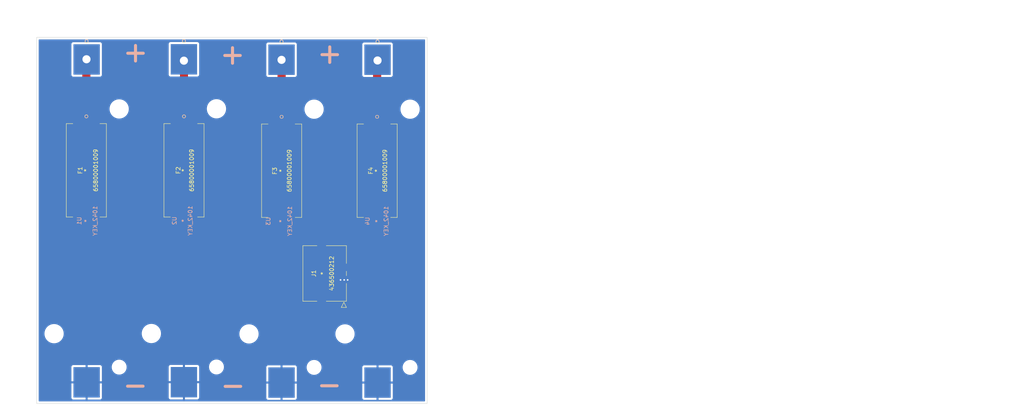
<source format=kicad_pcb>
(kicad_pcb (version 20211014) (generator pcbnew)
  (layers (0 "F.Cu" signal) (31 "B.Cu" signal) (34 "B.Paste" user) (35 "F.Paste" user) (36 "B.SilkS" user "B.Silkscreen") (37 "F.SilkS" user "F.Silkscreen") (38 "B.Mask" user) (39 "F.Mask" user) (44 "Edge.Cuts" user))
  (net 0 "")
  (net 1 "Net-(F1-Pad1)")
  (net 2 "Net-(F1-Pad2)")
  (net 3 "Net-(F2-Pad1)")
  (net 4 "Net-(F3-Pad1)")
  (net 5 "GND")
  (net 6 "Net-(F4-Pad1)")
  (footprint "Fuse holder:65800001009" (layer "F.Cu") (at 83.517 54.60685 -90)
    (fp_text reference "F3" (at 0.06 1.68 90) (layer "F.SilkS"))
    (fp_text value "65800001009" (at 0 -1.92 90) (layer "F.SilkS"))
    (fp_text user "*" (at 0 0 90) (layer "F.SilkS"))
    (fp_circle (center -13.2588 0) (end -12.8778 0) (layer "B.SilkS") (width 0.12) (fill none))
    (fp_line (start 11.4808 -3.32994) (end 11.4808 -4.9276) (layer "F.SilkS") (width 0.12))
    (fp_line (start -11.4808 3.32994) (end -11.4808 4.9276) (layer "F.SilkS") (width 0.12))
    (fp_line (start 11.4808 -4.9276) (end -11.4808 -4.9276) (layer "F.SilkS") (width 0.12))
    (fp_line (start 11.4808 4.9276) (end 11.4808 3.32994) (layer "F.SilkS") (width 0.12))
    (fp_line (start -11.4808 4.9276) (end 11.4808 4.9276) (layer "F.SilkS") (width 0.12))
    (fp_line (start -11.4808 -4.9276) (end -11.4808 -3.32994) (layer "F.SilkS") (width 0.12))
    (fp_circle (center -13.2588 0) (end -12.8778 0) (layer "F.SilkS") (width 0.12) (fill none))
    (pad "1" smd rect (at -8.4963 0 270) (size 5.9944 5.9944) (layers "F.Cu" "F.Paste" "F.Mask") (net 4 "Net-(F3-Pad1)"))
    (pad "2" smd rect (at 8.4963 0 270) (size 5.9944 5.9944) (layers "F.Cu" "F.Paste" "F.Mask") (net 2 "Net-(F1-Pad2)"))
  )
  (footprint "Fuse holder:65800001009" (layer "F.Cu") (at 59.517 54.50685 -90)
    (fp_text reference "F2" (at 0 1.4 90) (layer "F.SilkS"))
    (fp_text value "65800001009" (at 0 -1.9 90) (layer "F.SilkS"))
    (fp_text user "*" (at 0 0 90) (layer "F.SilkS"))
    (fp_circle (center -13.2588 0) (end -12.8778 0) (layer "B.SilkS") (width 0.12) (fill none))
    (fp_line (start 11.4808 -4.9276) (end -11.4808 -4.9276) (layer "F.SilkS") (width 0.12))
    (fp_line (start 11.4808 4.9276) (end 11.4808 3.32994) (layer "F.SilkS") (width 0.12))
    (fp_line (start -11.4808 -4.9276) (end -11.4808 -3.32994) (layer "F.SilkS") (width 0.12))
    (fp_line (start 11.4808 -3.32994) (end 11.4808 -4.9276) (layer "F.SilkS") (width 0.12))
    (fp_line (start -11.4808 4.9276) (end 11.4808 4.9276) (layer "F.SilkS") (width 0.12))
    (fp_line (start -11.4808 3.32994) (end -11.4808 4.9276) (layer "F.SilkS") (width 0.12))
    (fp_circle (center -13.2588 0) (end -12.8778 0) (layer "F.SilkS") (width 0.12) (fill none))
    (pad "1" smd rect (at -8.4963 0 270) (size 5.9944 5.9944) (layers "F.Cu" "F.Paste" "F.Mask") (net 3 "Net-(F2-Pad1)"))
    (pad "2" smd rect (at 8.4963 0 270) (size 5.9944 5.9944) (layers "F.Cu" "F.Paste" "F.Mask") (net 2 "Net-(F1-Pad2)"))
  )
  (footprint "Fuse holder:65800001009" (layer "F.Cu") (at 35.517 54.50685 -90)
    (fp_text reference "F1" (at 0 1.5 90) (layer "F.SilkS"))
    (fp_text value "65800001009" (at 0 -2.3 90) (layer "F.SilkS"))
    (fp_text user "*" (at 0 0 90) (layer "F.SilkS"))
    (fp_circle (center -13.2588 0) (end -12.8778 0) (layer "B.SilkS") (width 0.12) (fill none))
    (fp_line (start 11.4808 -4.9276) (end -11.4808 -4.9276) (layer "F.SilkS") (width 0.12))
    (fp_line (start 11.4808 4.9276) (end 11.4808 3.32994) (layer "F.SilkS") (width 0.12))
    (fp_line (start -11.4808 3.32994) (end -11.4808 4.9276) (layer "F.SilkS") (width 0.12))
    (fp_line (start 11.4808 -3.32994) (end 11.4808 -4.9276) (layer "F.SilkS") (width 0.12))
    (fp_line (start -11.4808 4.9276) (end 11.4808 4.9276) (layer "F.SilkS") (width 0.12))
    (fp_line (start -11.4808 -4.9276) (end -11.4808 -3.32994) (layer "F.SilkS") (width 0.12))
    (fp_circle (center -13.2588 0) (end -12.8778 0) (layer "F.SilkS") (width 0.12) (fill none))
    (pad "1" smd rect (at -8.4963 0 270) (size 5.9944 5.9944) (layers "F.Cu" "F.Paste" "F.Mask") (net 1 "Net-(F1-Pad1)"))
    (pad "2" smd rect (at 8.4963 0 270) (size 5.9944 5.9944) (layers "F.Cu" "F.Paste" "F.Mask") (net 2 "Net-(F1-Pad2)"))
  )
  (footprint "Fuse holder:65800001009" (layer "F.Cu") (at 107 54.6037 -90)
    (fp_text reference "F4" (at 0 1.58 90) (layer "F.SilkS"))
    (fp_text value "65800001009" (at 0 -1.92 90) (layer "F.SilkS"))
    (fp_text user "*" (at 0 0 90) (layer "F.SilkS"))
    (fp_circle (center -13.2588 0) (end -12.8778 0) (layer "B.SilkS") (width 0.12) (fill none))
    (fp_line (start -11.4808 4.9276) (end 11.4808 4.9276) (layer "F.SilkS") (width 0.12))
    (fp_line (start 11.4808 -3.32994) (end 11.4808 -4.9276) (layer "F.SilkS") (width 0.12))
    (fp_line (start 11.4808 -4.9276) (end -11.4808 -4.9276) (layer "F.SilkS") (width 0.12))
    (fp_line (start -11.4808 -4.9276) (end -11.4808 -3.32994) (layer "F.SilkS") (width 0.12))
    (fp_line (start 11.4808 4.9276) (end 11.4808 3.32994) (layer "F.SilkS") (width 0.12))
    (fp_line (start -11.4808 3.32994) (end -11.4808 4.9276) (layer "F.SilkS") (width 0.12))
    (fp_circle (center -13.2588 0) (end -12.8778 0) (layer "F.SilkS") (width 0.12) (fill none))
    (pad "1" smd rect (at -8.4963 0 270) (size 5.9944 5.9944) (layers "F.Cu" "F.Paste" "F.Mask") (net 6 "Net-(F4-Pad1)"))
    (pad "2" smd rect (at 8.4963 0 270) (size 5.9944 5.9944) (layers "F.Cu" "F.Paste" "F.Mask") (net 2 "Net-(F1-Pad2)"))
  )
  (footprint "Connecter:436500212" (layer "F.Cu") (at 93.7 79.858007 -90)
    (fp_text reference "J1" (at 0 2.260599 90) (layer "F.SilkS"))
    (fp_text value "436500212" (at 0 -2.139401 90) (layer "F.SilkS"))
    (fp_text user "*" (at 0 0 90) (layer "F.SilkS"))
    (fp_line (start 6.824987 -0.795028) (end 6.824987 -5.750001) (layer "F.SilkS") (width 0.12))
    (fp_line (start -2.45504 -5.750001) (end -6.824985 -5.750001) (layer "F.SilkS") (width 0.12))
    (fp_line (start 6.824987 -5.750001) (end 2.45504 -5.750001) (layer "F.SilkS") (width 0.12))
    (fp_line (start 0.54496 -5.750001) (end -0.54496 -5.750001) (layer "F.SilkS") (width 0.12))
    (fp_line (start 8.348987 -5.755) (end 8.348987 -4.485) (layer "F.SilkS") (width 0.12))
    (fp_line (start 6.824987 4.95) (end 6.824987 1.495052) (layer "F.SilkS") (width 0.12))
    (fp_line (start -6.824985 -5.750001) (end -6.824985 -0.795028) (layer "F.SilkS") (width 0.12))
    (fp_line (start -6.824985 4.95) (end 6.824987 4.95) (layer "F.SilkS") (width 0.12))
    (fp_line (start 7.078987 -5.12) (end 8.348987 -5.755) (layer "F.SilkS") (width 0.12))
    (fp_line (start 8.348987 -4.485) (end 7.078987 -5.12) (layer "F.SilkS") (width 0.12))
    (fp_line (start -6.824985 1.495052) (end -6.824985 4.95) (layer "F.SilkS") (width 0.12))
    (pad "1" smd rect (at 1.5 -5.12 270) (size 1.27 2.919999) (layers "F.Cu" "F.Paste" "F.Mask") (net 5 "GND"))
    (pad "2" smd rect (at -1.5 -5.12 270) (size 1.27 2.919999) (layers "F.Cu" "F.Paste" "F.Mask") (net 2 "Net-(F1-Pad2)"))
    (pad "P1" smd rect (at 5.385006 0.350012 270) (size 3.430001 1.65) (layers "F.Cu" "F.Paste" "F.Mask"))
    (pad "P2" smd rect (at -5.385006 0.350012 270) (size 3.430001 1.65) (layers "F.Cu" "F.Paste" "F.Mask"))
  )
  (footprint "Battery holder:1042" (layer "B.Cu") (at 83.5 67 -90)
    (fp_text reference "U3" (at 0 3.2515 90) (layer "B.SilkS") (effects (justify mirror)))
    (fp_text value "1042_KEY" (at 0 -2.0485 90) (layer "B.SilkS") (effects (justify mirror)))
    (fp_text user "*" (at 0 0 90) (layer "B.SilkS") (effects (justify mirror)))
    (fp_arc (start -43.93184 0.286232) (mid -44.5643 0) (end -43.93184 -0.286232) (layer "B.SilkS") (width 0.12))
    (fp_circle (center -44.1833 0) (end -43.8023 0) (layer "F.SilkS") (width 0.12) (fill none))
    (pad "" np_thru_hole circle (at -27.5209 -8.001 270) (size 3.7084 3.7084) (drill 3.7084) (layers *.Cu *.Mask))
    (pad "" np_thru_hole circle (at 35.9537 -8.001 270) (size 2.6416 2.6416) (drill 2.6416) (layers *.Cu *.Mask))
    (pad "" np_thru_hole circle (at 27.7241 8.001 270) (size 3.7084 3.7084) (drill 3.7084) (layers *.Cu *.Mask))
    (pad "1" smd rect (at -39.6875 0 270) (size 7.4676 6.477) (layers "B.Cu" "B.Paste" "B.Mask") (net 4 "Net-(F3-Pad1)"))
    (pad "2" smd rect (at 39.6875 0 270) (size 7.4676 6.477) (layers "B.Cu" "B.Paste" "B.Mask") (net 5 "GND"))
  )
  (footprint "Battery holder:1042" (layer "B.Cu") (at 107.1 67 -90)
    (fp_text reference "U4" (at 0 2.4715 90) (layer "B.SilkS") (effects (justify mirror)))
    (fp_text value "1042_KEY" (at 0 -2.1285 90) (layer "B.SilkS") (effects (justify mirror)))
    (fp_text user "*" (at 0 0 90) (layer "B.SilkS") (effects (justify mirror)))
    (fp_arc (start -43.93184 0.286232) (mid -44.5643 0) (end -43.93184 -0.286232) (layer "B.SilkS") (width 0.12))
    (fp_circle (center -44.1833 0) (end -43.8023 0) (layer "F.SilkS") (width 0.12) (fill none))
    (pad "" np_thru_hole circle (at 27.7241 8.001 270) (size 3.7084 3.7084) (drill 3.7084) (layers *.Cu *.Mask))
    (pad "" np_thru_hole circle (at 35.9537 -8.001 270) (size 2.6416 2.6416) (drill 2.6416) (layers *.Cu *.Mask))
    (pad "" np_thru_hole circle (at -27.5209 -8.001 270) (size 3.7084 3.7084) (drill 3.7084) (layers *.Cu *.Mask))
    (pad "1" smd rect (at -39.6875 0 270) (size 7.4676 6.477) (layers "B.Cu" "B.Paste" "B.Mask") (net 6 "Net-(F4-Pad1)"))
    (pad "2" smd rect (at 39.6875 0 270) (size 7.4676 6.477) (layers "B.Cu" "B.Paste" "B.Mask") (net 5 "GND"))
  )
  (footprint "Battery holder:1042" (layer "B.Cu") (at 35.583 66.937 -90)
    (fp_text reference "U1" (at 0 1.8 90) (layer "B.SilkS") (effects (justify mirror)))
    (fp_text value "1042_KEY" (at 0 -2.1 90) (layer "B.SilkS") (effects (justify mirror)))
    (fp_text user "*" (at 0 0 90) (layer "B.SilkS") (effects (justify mirror)))
    (fp_arc (start -43.93184 0.286232) (mid -44.5643 0) (end -43.93184 -0.286232) (layer "B.SilkS") (width 0.12))
    (fp_circle (center -44.1833 0) (end -43.8023 0) (layer "F.SilkS") (width 0.12) (fill none))
    (pad "" np_thru_hole circle (at 27.7241 8.001 270) (size 3.7084 3.7084) (drill 3.7084) (layers *.Cu *.Mask))
    (pad "" np_thru_hole circle (at -27.5209 -8.001 270) (size 3.7084 3.7084) (drill 3.7084) (layers *.Cu *.Mask))
    (pad "" np_thru_hole circle (at 35.9537 -8.001 270) (size 2.6416 2.6416) (drill 2.6416) (layers *.Cu *.Mask))
    (pad "1" smd rect (at -39.6875 0 270) (size 7.4676 6.477) (layers "B.Cu" "B.Paste" "B.Mask") (net 1 "Net-(F1-Pad1)"))
    (pad "2" smd rect (at 39.6875 0 270) (size 7.4676 6.477) (layers "B.Cu" "B.Paste" "B.Mask") (net 5 "GND"))
  )
  (footprint "Battery holder:1042" (layer "B.Cu") (at 59.5 66.9 -90)
    (fp_text reference "U2" (at 0 2.3315 90) (layer "B.SilkS") (effects (justify mirror)))
    (fp_text value "1042_KEY" (at 0 -1.5685 90) (layer "B.SilkS") (effects (justify mirror)))
    (fp_text user "*" (at 0 0 90) (layer "B.SilkS") (effects (justify mirror)))
    (fp_arc (start -43.93184 0.286232) (mid -44.5643 0) (end -43.93184 -0.286232) (layer "B.SilkS") (width 0.12))
    (fp_circle (center -44.1833 0) (end -43.8023 0) (layer "F.SilkS") (width 0.12) (fill none))
    (pad "" np_thru_hole circle (at 27.7241 8.001 270) (size 3.7084 3.7084) (drill 3.7084) (layers *.Cu *.Mask))
    (pad "" np_thru_hole circle (at 35.9537 -8.001 270) (size 2.6416 2.6416) (drill 2.6416) (layers *.Cu *.Mask))
    (pad "" np_thru_hole circle (at -27.5209 -8.001 270) (size 3.7084 3.7084) (drill 3.7084) (layers *.Cu *.Mask))
    (pad "1" smd rect (at -39.6875 0 270) (size 7.4676 6.477) (layers "B.Cu" "B.Paste" "B.Mask") (net 3 "Net-(F2-Pad1)"))
    (pad "2" smd rect (at 39.6875 0 270) (size 7.4676 6.477) (layers "B.Cu" "B.Paste" "B.Mask") (net 5 "GND"))
  )
  (gr_rect (start 23.29 21.82) (end 119.29 111.82) (layer "Edge.Cuts") (width 0.1) (fill none))
  (gr_text "-" (at 47.55 107.2) (layer "B.SilkS") (effects (font (size 5 5) (thickness 0.75)) (justify mirror)))
  (gr_text "+" (at 47.6 25.35) (layer "B.SilkS") (effects (font (size 5 5) (thickness 0.75)) (justify mirror)))
  (gr_text "+" (at 71.45 25.9) (layer "B.SilkS") (effects (font (size 5 5) (thickness 0.75)) (justify mirror)))
  (gr_text "+" (at 95.35 25.7) (layer "B.SilkS") (effects (font (size 5 5) (thickness 0.75)) (justify mirror)))
  (gr_text "-" (at 71.55 107.25) (layer "B.SilkS") (effects (font (size 5 5) (thickness 0.75)) (justify mirror)))
  (gr_text "-" (at 95.25 107.1) (layer "B.SilkS") (effects (font (size 5 5) (thickness 0.75)) (justify mirror)))
  (segment (start 35.55 27.2) (end 35.517 27.233) (width 0.25) (layer "F.Cu") (net 1))
  (segment (start 35.517 27.233) (end 35.517 46.01055) (width 2) (layer "F.Cu") (net 1))
  (via (at 35.55 27.2) (size 3) (drill 2) (layers "F.Cu" "B.Cu") (net 1))
  (segment (start 107 72.1) (end 100.741993 78.358007) (width 3.75) (layer "F.Cu") (net 2))
  (segment (start 107 63.1) (end 35.61385 63.1) (width 3.75) (layer "F.Cu") (net 2))
  (segment (start 100.741993 78.358007) (end 98.82 78.358007) (width 3.75) (layer "F.Cu") (net 2))
  (segment (start 35.61385 63.1) (end 35.517 63.00315) (width 0.25) (layer "F.Cu") (net 2))
  (segment (start 107 63.1) (end 107 72.1) (width 3.75) (layer "F.Cu") (net 2))
  (segment (start 59.517 27.567) (end 59.517 46.01055) (width 2) (layer "F.Cu") (net 3))
  (segment (start 59.5 27.55) (end 59.517 27.567) (width 0.25) (layer "F.Cu") (net 3))
  (via (at 59.5 27.55) (size 3) (drill 2) (layers "F.Cu" "B.Cu") (net 3))
  (segment (start 83.517 27.367) (end 83.517 46.11055) (width 2) (layer "F.Cu") (net 4))
  (segment (start 83.5 27.35) (end 83.517 27.367) (width 0.25) (layer "F.Cu") (net 4))
  (via (at 83.5 27.35) (size 3) (drill 2) (layers "F.Cu" "B.Cu") (net 4))
  (via (at 98.9 81.45) (size 0.8) (drill 0.4) (layers "F.Cu" "B.Cu") (net 5))
  (via (at 99.75 81.45) (size 0.8) (drill 0.4) (layers "F.Cu" "B.Cu") (net 5))
  (via (at 98 81.45) (size 0.8) (drill 0.4) (layers "F.Cu" "B.Cu") (net 5))
  (segment (start 107.1 27.5) (end 107 27.6) (width 0.25) (layer "F.Cu") (net 6))
  (segment (start 107 27.6) (end 107 46.1074) (width 2) (layer "F.Cu") (net 6))
  (via (at 107.1 27.5) (size 3) (drill 2) (layers "F.Cu" "B.Cu") (net 6))
  (zone (net 5) (net_name "GND") (layer "B.Cu") (connect_pads (clearance 0.508)) (min_thickness 0.254) (fill yes (thermal_gap 0.508) (thermal_bridge_width 0.508))
    (polygon (pts (xy 119.3 21.9) (xy 119.6 111.7) (xy 23.3 112.1) (xy 23.3 21.8)))
  )
)
</source>
